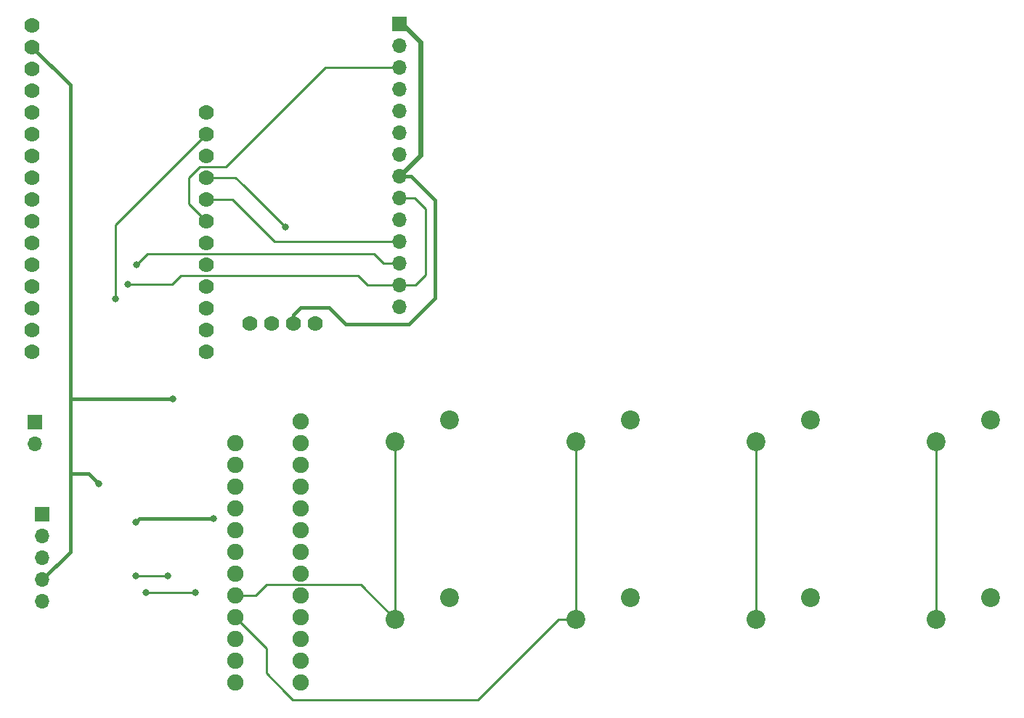
<source format=gbr>
%TF.GenerationSoftware,KiCad,Pcbnew,(5.1.9)-1*%
%TF.CreationDate,2021-03-23T20:34:14-07:00*%
%TF.ProjectId,Keyboard Proto,4b657962-6f61-4726-9420-50726f746f2e,rev?*%
%TF.SameCoordinates,Original*%
%TF.FileFunction,Copper,L2,Bot*%
%TF.FilePolarity,Positive*%
%FSLAX46Y46*%
G04 Gerber Fmt 4.6, Leading zero omitted, Abs format (unit mm)*
G04 Created by KiCad (PCBNEW (5.1.9)-1) date 2021-03-23 20:34:14*
%MOMM*%
%LPD*%
G01*
G04 APERTURE LIST*
%TA.AperFunction,ComponentPad*%
%ADD10C,1.900000*%
%TD*%
%TA.AperFunction,ComponentPad*%
%ADD11C,2.200000*%
%TD*%
%TA.AperFunction,ComponentPad*%
%ADD12R,1.700000X1.700000*%
%TD*%
%TA.AperFunction,ComponentPad*%
%ADD13O,1.700000X1.700000*%
%TD*%
%TA.AperFunction,ComponentPad*%
%ADD14C,1.778000*%
%TD*%
%TA.AperFunction,ViaPad*%
%ADD15C,0.800000*%
%TD*%
%TA.AperFunction,Conductor*%
%ADD16C,0.250000*%
%TD*%
%TA.AperFunction,Conductor*%
%ADD17C,0.600000*%
%TD*%
%TA.AperFunction,Conductor*%
%ADD18C,0.400000*%
%TD*%
G04 APERTURE END LIST*
D10*
%TO.P,U4,A1*%
%TO.N,Net-(U4-PadA1)*%
X127190500Y-136144000D03*
%TO.P,U4,A2*%
%TO.N,Net-(U4-PadA2)*%
X127190500Y-133604000D03*
%TO.P,U4,A3*%
%TO.N,1V8_RST*%
X127190500Y-131064000D03*
%TO.P,U4,B1*%
%TO.N,Net-(U4-PadB1)*%
X127190500Y-128524000D03*
%TO.P,U4,B2*%
%TO.N,Net-(U4-PadB2)*%
X127190500Y-125984000D03*
%TO.P,U4,C1*%
%TO.N,Net-(U4-PadC1)*%
X127190500Y-123444000D03*
%TO.P,U4,C2*%
%TO.N,Net-(U4-PadC2)*%
X127190500Y-120904000D03*
%TO.P,U4,C3*%
%TO.N,GND*%
X127190500Y-118364000D03*
%TO.P,U4,D1*%
%TO.N,Net-(U4-PadD1)*%
X127190500Y-115824000D03*
%TO.P,U4,D2*%
%TO.N,COL0*%
X127190500Y-113284000D03*
%TO.P,U4,E1*%
%TO.N,COL1*%
X127190500Y-110744000D03*
%TO.P,U4,E2*%
%TO.N,Net-(U4-PadE2)*%
X127190500Y-108204000D03*
%TO.P,U4,E3*%
%TO.N,ROW1*%
X127190500Y-105664000D03*
%TO.P,U4,A4*%
%TO.N,1V8_SCL*%
X119570500Y-136144000D03*
%TO.P,U4,A5*%
%TO.N,1V8_SDA*%
X119570500Y-133604000D03*
%TO.P,U4,B3*%
%TO.N,Net-(U4-PadB3)*%
X119570500Y-131064000D03*
%TO.P,U4,B4*%
%TO.N,COL2*%
X119570500Y-128524000D03*
%TO.P,U4,B5*%
%TO.N,COL3*%
X119570500Y-125984000D03*
%TO.P,U4,C4*%
%TO.N,Net-(U4-PadC4)*%
X119570500Y-123444000D03*
%TO.P,U4,C5*%
%TO.N,1V8_KBDINT*%
X119570500Y-120904000D03*
%TO.P,U4,D3*%
%TO.N,1V8*%
X119570500Y-118364000D03*
%TO.P,U4,D4*%
%TO.N,Net-(U4-PadD4)*%
X119570500Y-115824000D03*
%TO.P,U4,D5*%
%TO.N,Net-(U4-PadD5)*%
X119570500Y-113284000D03*
%TO.P,U4,E4*%
%TO.N,ROW0*%
X119570500Y-110744000D03*
%TO.P,U4,E5*%
%TO.N,Net-(U4-PadE5)*%
X119570500Y-108204000D03*
%TD*%
D11*
%TO.P,Q1,1*%
%TO.N,ROW0*%
X165608000Y-105486200D03*
%TO.P,Q1,2*%
%TO.N,COL2*%
X159258000Y-108026200D03*
%TD*%
%TO.P,A1,2*%
%TO.N,COL2*%
X159258000Y-128752600D03*
%TO.P,A1,1*%
%TO.N,ROW1*%
X165608000Y-126212600D03*
%TD*%
%TO.P,D1,2*%
%TO.N,COL0*%
X201269600Y-128752600D03*
%TO.P,D1,1*%
%TO.N,ROW1*%
X207619600Y-126212600D03*
%TD*%
%TO.P,Shift1,1*%
%TO.N,ROW0*%
X144602200Y-105486200D03*
%TO.P,Shift1,2*%
%TO.N,COL3*%
X138252200Y-108026200D03*
%TD*%
%TO.P,Ctrl1,2*%
%TO.N,COL3*%
X138252200Y-128752600D03*
%TO.P,Ctrl1,1*%
%TO.N,ROW1*%
X144602200Y-126212600D03*
%TD*%
%TO.P,S1,1*%
%TO.N,ROW1*%
X186613800Y-126212600D03*
%TO.P,S1,2*%
%TO.N,COL1*%
X180263800Y-128752600D03*
%TD*%
%TO.P,E1,1*%
%TO.N,ROW0*%
X207619600Y-105486200D03*
%TO.P,E1,2*%
%TO.N,COL0*%
X201269600Y-108026200D03*
%TD*%
%TO.P,W1,2*%
%TO.N,COL1*%
X180263800Y-108026200D03*
%TO.P,W1,1*%
%TO.N,ROW0*%
X186613800Y-105486200D03*
%TD*%
D12*
%TO.P,J1,1*%
%TO.N,3V3*%
X138734800Y-59283600D03*
D13*
%TO.P,J1,2*%
%TO.N,GND*%
X138734800Y-61823600D03*
%TO.P,J1,3*%
%TO.N,D_CS*%
X138734800Y-64363600D03*
%TO.P,J1,4*%
%TO.N,RST*%
X138734800Y-66903600D03*
%TO.P,J1,5*%
%TO.N,D_DC*%
X138734800Y-69443600D03*
%TO.P,J1,6*%
%TO.N,MOSI*%
X138734800Y-71983600D03*
%TO.P,J1,7*%
%TO.N,SCK*%
X138734800Y-74523600D03*
%TO.P,J1,8*%
%TO.N,3V3*%
X138734800Y-77063600D03*
%TO.P,J1,9*%
%TO.N,MISO*%
X138734800Y-79603600D03*
%TO.P,J1,10*%
%TO.N,SCK*%
X138734800Y-82143600D03*
%TO.P,J1,11*%
%TO.N,T_CS*%
X138734800Y-84683600D03*
%TO.P,J1,12*%
%TO.N,MOSI*%
X138734800Y-87223600D03*
%TO.P,J1,13*%
%TO.N,MISO*%
X138734800Y-89763600D03*
%TO.P,J1,14*%
%TO.N,T_IRQ*%
X138734800Y-92303600D03*
%TD*%
D12*
%TO.P,J2,1*%
%TO.N,Net-(J2-Pad1)*%
X96215200Y-105752900D03*
D13*
%TO.P,J2,2*%
%TO.N,Net-(J2-Pad2)*%
X96215200Y-108292900D03*
%TD*%
D12*
%TO.P,J3,1*%
%TO.N,Enc_CLK*%
X97104200Y-116535200D03*
D13*
%TO.P,J3,2*%
%TO.N,Enc_DT*%
X97104200Y-119075200D03*
%TO.P,J3,3*%
%TO.N,Enc_SW*%
X97104200Y-121615200D03*
%TO.P,J3,4*%
%TO.N,3V3*%
X97104200Y-124155200D03*
%TO.P,J3,5*%
%TO.N,GND*%
X97104200Y-126695200D03*
%TD*%
D14*
%TO.P,U1,1*%
%TO.N,SDA*%
X121285000Y-94234000D03*
%TO.P,U1,2*%
%TO.N,SCL*%
X123825000Y-94234000D03*
%TO.P,U1,3*%
%TO.N,3V3*%
X126365000Y-94234000D03*
%TO.P,U1,4*%
%TO.N,GND*%
X128905000Y-94234000D03*
%TD*%
%TO.P,U5,17*%
%TO.N,3V3_SDA*%
X116205000Y-97536000D03*
%TO.P,U5,18*%
%TO.N,3V3_SCL*%
X116205000Y-94996000D03*
%TO.P,U5,19*%
%TO.N,3V3_RST*%
X116205000Y-92456000D03*
%TO.P,U5,20*%
%TO.N,3V3_KBDINT*%
X116205000Y-89916000D03*
%TO.P,U5,21*%
%TO.N,SDA*%
X116205000Y-87376000D03*
%TO.P,U5,22*%
%TO.N,SCL*%
X116205000Y-84836000D03*
%TO.P,U5,23*%
%TO.N,D_CS*%
X116205000Y-82296000D03*
%TO.P,U5,24*%
%TO.N,T_CS*%
X116205000Y-79756000D03*
%TO.P,U5,25*%
%TO.N,T_IRQ*%
X116205000Y-77216000D03*
%TO.P,U5,26*%
%TO.N,Net-(U5-Pad26)*%
X116205000Y-74676000D03*
%TO.P,U5,27*%
%TO.N,EN*%
X116205000Y-72136000D03*
%TO.P,U5,28*%
%TO.N,Net-(U5-Pad28)*%
X116205000Y-69596000D03*
%TO.P,U5,16*%
%TO.N,Net-(U5-Pad16)*%
X95885000Y-97536000D03*
%TO.P,U5,15*%
%TO.N,Net-(J2-Pad1)*%
X95885000Y-94996000D03*
%TO.P,U5,14*%
%TO.N,Net-(J2-Pad2)*%
X95885000Y-92456000D03*
%TO.P,U5,13*%
%TO.N,MISO*%
X95885000Y-89916000D03*
%TO.P,U5,12*%
%TO.N,MOSI*%
X95885000Y-87376000D03*
%TO.P,U5,11*%
%TO.N,SCK*%
X95885000Y-84836000D03*
%TO.P,U5,10*%
%TO.N,D_DC*%
X95885000Y-82296000D03*
%TO.P,U5,9*%
%TO.N,Enc_CLK*%
X95885000Y-79756000D03*
%TO.P,U5,8*%
%TO.N,Enc_DT*%
X95885000Y-77216000D03*
%TO.P,U5,7*%
%TO.N,Enc_SW*%
X95885000Y-74676000D03*
%TO.P,U5,6*%
%TO.N,Net-(U5-Pad6)*%
X95885000Y-72136000D03*
%TO.P,U5,5*%
%TO.N,Net-(U5-Pad5)*%
X95885000Y-69596000D03*
%TO.P,U5,4*%
%TO.N,GND*%
X95885000Y-67056000D03*
%TO.P,U5,3*%
%TO.N,Net-(U5-Pad3)*%
X95885000Y-64516000D03*
%TO.P,U5,2*%
%TO.N,3V3*%
X95885000Y-61976000D03*
%TO.P,U5,1*%
%TO.N,RST*%
X95885000Y-59436000D03*
%TD*%
D15*
%TO.N,T_IRQ*%
X125399800Y-83007200D03*
%TO.N,MISO*%
X107061000Y-89662000D03*
%TO.N,MOSI*%
X108077000Y-87376000D03*
%TO.N,3V3*%
X103695500Y-112966500D03*
X112331500Y-103060500D03*
%TO.N,1V8*%
X107950000Y-117411500D03*
X117056500Y-116993000D03*
%TO.N,1V8_RST*%
X109156500Y-125666500D03*
X114935000Y-125666500D03*
%TO.N,1V8_SDA*%
X107950000Y-123698000D03*
X111696500Y-123698000D03*
%TO.N,EN*%
X105613200Y-91363800D03*
%TD*%
D16*
%TO.N,COL3*%
X138252200Y-108026200D02*
X138252200Y-128752600D01*
X134213600Y-124714000D02*
X138252200Y-128752600D01*
X124269500Y-124714000D02*
X123253500Y-124714000D01*
X124269500Y-124714000D02*
X134213600Y-124714000D01*
X121983500Y-125984000D02*
X119570500Y-125984000D01*
X123253500Y-124714000D02*
X121983500Y-125984000D01*
%TO.N,COL2*%
X159258000Y-108026200D02*
X159258000Y-128752600D01*
X157251400Y-128752600D02*
X159258000Y-128752600D01*
X147828000Y-138176000D02*
X157251400Y-128752600D01*
X130302000Y-138176000D02*
X126301500Y-138176000D01*
X130302000Y-138176000D02*
X147828000Y-138176000D01*
X127317500Y-138176000D02*
X126301500Y-138176000D01*
X127317500Y-138176000D02*
X130302000Y-138176000D01*
X123190000Y-135064500D02*
X125444250Y-137318750D01*
X123190000Y-132143500D02*
X123190000Y-135064500D01*
X126301500Y-138176000D02*
X125444250Y-137318750D01*
X123190000Y-132143500D02*
X119570500Y-128524000D01*
%TO.N,COL1*%
X180263800Y-108026200D02*
X180263800Y-128752600D01*
%TO.N,COL0*%
X201269600Y-108026200D02*
X201269600Y-128752600D01*
%TO.N,T_IRQ*%
X119608600Y-77216000D02*
X120573800Y-78181200D01*
X116205000Y-77216000D02*
X119608600Y-77216000D01*
X125399800Y-83007200D02*
X120573800Y-78181200D01*
%TO.N,MISO*%
X141770100Y-88595200D02*
X141770100Y-80886300D01*
X140601700Y-89763600D02*
X141770100Y-88595200D01*
X140487400Y-79603600D02*
X138734800Y-79603600D01*
X141770100Y-80886300D02*
X140487400Y-79603600D01*
X138734800Y-89763600D02*
X140601700Y-89763600D01*
X133858000Y-88646000D02*
X134975600Y-89763600D01*
X134975600Y-89763600D02*
X138734800Y-89763600D01*
X113220500Y-88646000D02*
X133858000Y-88646000D01*
X112204500Y-89662000D02*
X113220500Y-88646000D01*
X107061000Y-89662000D02*
X112204500Y-89662000D01*
%TO.N,MOSI*%
X138734800Y-87223600D02*
X136880600Y-87223600D01*
X136880600Y-87223600D02*
X135763000Y-86106000D01*
X109347000Y-86106000D02*
X108077000Y-87376000D01*
X135763000Y-86106000D02*
X109347000Y-86106000D01*
%TO.N,D_CS*%
X116205000Y-82296000D02*
X114173000Y-80264000D01*
X114173000Y-80264000D02*
X114173000Y-77216000D01*
X114173000Y-77216000D02*
X115443000Y-75946000D01*
X130073400Y-64363600D02*
X118491000Y-75946000D01*
X138734800Y-64363600D02*
X130073400Y-64363600D01*
X115443000Y-75946000D02*
X118491000Y-75946000D01*
%TO.N,T_CS*%
X131546600Y-84683600D02*
X138734800Y-84683600D01*
X130390900Y-84683600D02*
X131546600Y-84683600D01*
X116205000Y-79756000D02*
X119253000Y-79756000D01*
X119253000Y-79756000D02*
X124180600Y-84683600D01*
X131546600Y-84683600D02*
X124180600Y-84683600D01*
D17*
%TO.N,3V3*%
X138734800Y-59283600D02*
X139039600Y-59283600D01*
X139039600Y-59283600D02*
X141160500Y-61404500D01*
X141160500Y-74637900D02*
X138734800Y-77063600D01*
X141160500Y-61404500D02*
X141160500Y-74637900D01*
D18*
X97104200Y-124155200D02*
X100330000Y-120929400D01*
X100330000Y-66421000D02*
X95885000Y-61976000D01*
X103695500Y-112966500D02*
X102489000Y-111760000D01*
X100330000Y-120929400D02*
X100330000Y-111760000D01*
X112331500Y-103060500D02*
X100330000Y-103060500D01*
X100330000Y-103060500D02*
X100330000Y-66421000D01*
X100330000Y-111760000D02*
X100330000Y-103060500D01*
X102489000Y-111760000D02*
X100330000Y-111760000D01*
X140055600Y-77063600D02*
X138734800Y-77063600D01*
X142875000Y-91313000D02*
X142875000Y-79883000D01*
X132461000Y-94361000D02*
X139827000Y-94361000D01*
X130492500Y-92392500D02*
X132461000Y-94361000D01*
X127190500Y-92392500D02*
X130492500Y-92392500D01*
X126365000Y-93218000D02*
X127190500Y-92392500D01*
X142875000Y-79883000D02*
X140055600Y-77063600D01*
X139827000Y-94361000D02*
X142875000Y-91313000D01*
X126365000Y-94234000D02*
X126365000Y-93218000D01*
%TO.N,1V8*%
X108368500Y-116993000D02*
X107950000Y-117411500D01*
X117056500Y-116993000D02*
X108368500Y-116993000D01*
D16*
%TO.N,1V8_RST*%
X109156500Y-125666500D02*
X114935000Y-125666500D01*
%TO.N,1V8_SDA*%
X107950000Y-123698000D02*
X111696500Y-123698000D01*
%TO.N,EN*%
X105613200Y-82727800D02*
X105613200Y-83997800D01*
X105613200Y-83997800D02*
X105613200Y-91363800D01*
X116205000Y-72136000D02*
X105613200Y-82727800D01*
%TD*%
M02*

</source>
